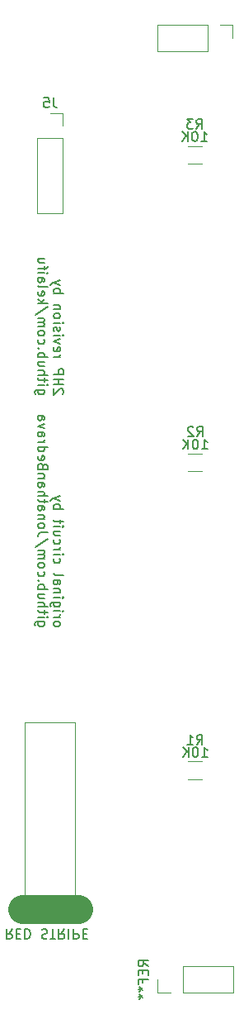
<source format=gbr>
%TF.GenerationSoftware,KiCad,Pcbnew,(6.0.0)*%
%TF.CreationDate,2022-02-24T10:47:42+08:00*%
%TF.ProjectId,LedController 2HP sandwich,4c656443-6f6e-4747-926f-6c6c65722032,rev?*%
%TF.SameCoordinates,Original*%
%TF.FileFunction,Legend,Bot*%
%TF.FilePolarity,Positive*%
%FSLAX46Y46*%
G04 Gerber Fmt 4.6, Leading zero omitted, Abs format (unit mm)*
G04 Created by KiCad (PCBNEW (6.0.0)) date 2022-02-24 10:47:42*
%MOMM*%
%LPD*%
G01*
G04 APERTURE LIST*
%ADD10C,3.000000*%
%ADD11C,0.150000*%
%ADD12C,0.120000*%
G04 APERTURE END LIST*
D10*
X7895000Y-91000000D02*
X2145000Y-91000000D01*
D11*
X5372619Y-61841547D02*
X5420238Y-61936785D01*
X5467857Y-61984404D01*
X5563095Y-62032023D01*
X5848809Y-62032023D01*
X5944047Y-61984404D01*
X5991666Y-61936785D01*
X6039285Y-61841547D01*
X6039285Y-61698690D01*
X5991666Y-61603452D01*
X5944047Y-61555833D01*
X5848809Y-61508214D01*
X5563095Y-61508214D01*
X5467857Y-61555833D01*
X5420238Y-61603452D01*
X5372619Y-61698690D01*
X5372619Y-61841547D01*
X5372619Y-61079642D02*
X6039285Y-61079642D01*
X5848809Y-61079642D02*
X5944047Y-61032023D01*
X5991666Y-60984404D01*
X6039285Y-60889166D01*
X6039285Y-60793928D01*
X5372619Y-60460595D02*
X6039285Y-60460595D01*
X6372619Y-60460595D02*
X6325000Y-60508214D01*
X6277380Y-60460595D01*
X6325000Y-60412976D01*
X6372619Y-60460595D01*
X6277380Y-60460595D01*
X6039285Y-59555833D02*
X5229761Y-59555833D01*
X5134523Y-59603452D01*
X5086904Y-59651071D01*
X5039285Y-59746309D01*
X5039285Y-59889166D01*
X5086904Y-59984404D01*
X5420238Y-59555833D02*
X5372619Y-59651071D01*
X5372619Y-59841547D01*
X5420238Y-59936785D01*
X5467857Y-59984404D01*
X5563095Y-60032023D01*
X5848809Y-60032023D01*
X5944047Y-59984404D01*
X5991666Y-59936785D01*
X6039285Y-59841547D01*
X6039285Y-59651071D01*
X5991666Y-59555833D01*
X5372619Y-59079642D02*
X6039285Y-59079642D01*
X6372619Y-59079642D02*
X6325000Y-59127261D01*
X6277380Y-59079642D01*
X6325000Y-59032023D01*
X6372619Y-59079642D01*
X6277380Y-59079642D01*
X6039285Y-58603452D02*
X5372619Y-58603452D01*
X5944047Y-58603452D02*
X5991666Y-58555833D01*
X6039285Y-58460595D01*
X6039285Y-58317738D01*
X5991666Y-58222500D01*
X5896428Y-58174880D01*
X5372619Y-58174880D01*
X5372619Y-57270119D02*
X5896428Y-57270119D01*
X5991666Y-57317738D01*
X6039285Y-57412976D01*
X6039285Y-57603452D01*
X5991666Y-57698690D01*
X5420238Y-57270119D02*
X5372619Y-57365357D01*
X5372619Y-57603452D01*
X5420238Y-57698690D01*
X5515476Y-57746309D01*
X5610714Y-57746309D01*
X5705952Y-57698690D01*
X5753571Y-57603452D01*
X5753571Y-57365357D01*
X5801190Y-57270119D01*
X5372619Y-56651071D02*
X5420238Y-56746309D01*
X5515476Y-56793928D01*
X6372619Y-56793928D01*
X5420238Y-55079642D02*
X5372619Y-55174880D01*
X5372619Y-55365357D01*
X5420238Y-55460595D01*
X5467857Y-55508214D01*
X5563095Y-55555833D01*
X5848809Y-55555833D01*
X5944047Y-55508214D01*
X5991666Y-55460595D01*
X6039285Y-55365357D01*
X6039285Y-55174880D01*
X5991666Y-55079642D01*
X5372619Y-54651071D02*
X6039285Y-54651071D01*
X6372619Y-54651071D02*
X6325000Y-54698690D01*
X6277380Y-54651071D01*
X6325000Y-54603452D01*
X6372619Y-54651071D01*
X6277380Y-54651071D01*
X5372619Y-54174880D02*
X6039285Y-54174880D01*
X5848809Y-54174880D02*
X5944047Y-54127261D01*
X5991666Y-54079642D01*
X6039285Y-53984404D01*
X6039285Y-53889166D01*
X5420238Y-53127261D02*
X5372619Y-53222500D01*
X5372619Y-53412976D01*
X5420238Y-53508214D01*
X5467857Y-53555833D01*
X5563095Y-53603452D01*
X5848809Y-53603452D01*
X5944047Y-53555833D01*
X5991666Y-53508214D01*
X6039285Y-53412976D01*
X6039285Y-53222500D01*
X5991666Y-53127261D01*
X6039285Y-52270119D02*
X5372619Y-52270119D01*
X6039285Y-52698690D02*
X5515476Y-52698690D01*
X5420238Y-52651071D01*
X5372619Y-52555833D01*
X5372619Y-52412976D01*
X5420238Y-52317738D01*
X5467857Y-52270119D01*
X5372619Y-51793928D02*
X6039285Y-51793928D01*
X6372619Y-51793928D02*
X6325000Y-51841547D01*
X6277380Y-51793928D01*
X6325000Y-51746309D01*
X6372619Y-51793928D01*
X6277380Y-51793928D01*
X6039285Y-51460595D02*
X6039285Y-51079642D01*
X6372619Y-51317738D02*
X5515476Y-51317738D01*
X5420238Y-51270119D01*
X5372619Y-51174880D01*
X5372619Y-51079642D01*
X5372619Y-49984404D02*
X6372619Y-49984404D01*
X5991666Y-49984404D02*
X6039285Y-49889166D01*
X6039285Y-49698690D01*
X5991666Y-49603452D01*
X5944047Y-49555833D01*
X5848809Y-49508214D01*
X5563095Y-49508214D01*
X5467857Y-49555833D01*
X5420238Y-49603452D01*
X5372619Y-49698690D01*
X5372619Y-49889166D01*
X5420238Y-49984404D01*
X6039285Y-49174880D02*
X5372619Y-48936785D01*
X6039285Y-48698690D02*
X5372619Y-48936785D01*
X5134523Y-49032023D01*
X5086904Y-49079642D01*
X5039285Y-49174880D01*
X4429285Y-61555833D02*
X3619761Y-61555833D01*
X3524523Y-61603452D01*
X3476904Y-61651071D01*
X3429285Y-61746309D01*
X3429285Y-61889166D01*
X3476904Y-61984404D01*
X3810238Y-61555833D02*
X3762619Y-61651071D01*
X3762619Y-61841547D01*
X3810238Y-61936785D01*
X3857857Y-61984404D01*
X3953095Y-62032023D01*
X4238809Y-62032023D01*
X4334047Y-61984404D01*
X4381666Y-61936785D01*
X4429285Y-61841547D01*
X4429285Y-61651071D01*
X4381666Y-61555833D01*
X3762619Y-61079642D02*
X4429285Y-61079642D01*
X4762619Y-61079642D02*
X4715000Y-61127261D01*
X4667380Y-61079642D01*
X4715000Y-61032023D01*
X4762619Y-61079642D01*
X4667380Y-61079642D01*
X4429285Y-60746309D02*
X4429285Y-60365357D01*
X4762619Y-60603452D02*
X3905476Y-60603452D01*
X3810238Y-60555833D01*
X3762619Y-60460595D01*
X3762619Y-60365357D01*
X3762619Y-60032023D02*
X4762619Y-60032023D01*
X3762619Y-59603452D02*
X4286428Y-59603452D01*
X4381666Y-59651071D01*
X4429285Y-59746309D01*
X4429285Y-59889166D01*
X4381666Y-59984404D01*
X4334047Y-60032023D01*
X4429285Y-58698690D02*
X3762619Y-58698690D01*
X4429285Y-59127261D02*
X3905476Y-59127261D01*
X3810238Y-59079642D01*
X3762619Y-58984404D01*
X3762619Y-58841547D01*
X3810238Y-58746309D01*
X3857857Y-58698690D01*
X3762619Y-58222500D02*
X4762619Y-58222500D01*
X4381666Y-58222500D02*
X4429285Y-58127261D01*
X4429285Y-57936785D01*
X4381666Y-57841547D01*
X4334047Y-57793928D01*
X4238809Y-57746309D01*
X3953095Y-57746309D01*
X3857857Y-57793928D01*
X3810238Y-57841547D01*
X3762619Y-57936785D01*
X3762619Y-58127261D01*
X3810238Y-58222500D01*
X3857857Y-57317738D02*
X3810238Y-57270119D01*
X3762619Y-57317738D01*
X3810238Y-57365357D01*
X3857857Y-57317738D01*
X3762619Y-57317738D01*
X3810238Y-56412976D02*
X3762619Y-56508214D01*
X3762619Y-56698690D01*
X3810238Y-56793928D01*
X3857857Y-56841547D01*
X3953095Y-56889166D01*
X4238809Y-56889166D01*
X4334047Y-56841547D01*
X4381666Y-56793928D01*
X4429285Y-56698690D01*
X4429285Y-56508214D01*
X4381666Y-56412976D01*
X3762619Y-55841547D02*
X3810238Y-55936785D01*
X3857857Y-55984404D01*
X3953095Y-56032023D01*
X4238809Y-56032023D01*
X4334047Y-55984404D01*
X4381666Y-55936785D01*
X4429285Y-55841547D01*
X4429285Y-55698690D01*
X4381666Y-55603452D01*
X4334047Y-55555833D01*
X4238809Y-55508214D01*
X3953095Y-55508214D01*
X3857857Y-55555833D01*
X3810238Y-55603452D01*
X3762619Y-55698690D01*
X3762619Y-55841547D01*
X3762619Y-55079642D02*
X4429285Y-55079642D01*
X4334047Y-55079642D02*
X4381666Y-55032023D01*
X4429285Y-54936785D01*
X4429285Y-54793928D01*
X4381666Y-54698690D01*
X4286428Y-54651071D01*
X3762619Y-54651071D01*
X4286428Y-54651071D02*
X4381666Y-54603452D01*
X4429285Y-54508214D01*
X4429285Y-54365357D01*
X4381666Y-54270119D01*
X4286428Y-54222500D01*
X3762619Y-54222500D01*
X4810238Y-53032023D02*
X3524523Y-53889166D01*
X4762619Y-52412976D02*
X4048333Y-52412976D01*
X3905476Y-52460595D01*
X3810238Y-52555833D01*
X3762619Y-52698690D01*
X3762619Y-52793928D01*
X3762619Y-51793928D02*
X3810238Y-51889166D01*
X3857857Y-51936785D01*
X3953095Y-51984404D01*
X4238809Y-51984404D01*
X4334047Y-51936785D01*
X4381666Y-51889166D01*
X4429285Y-51793928D01*
X4429285Y-51651071D01*
X4381666Y-51555833D01*
X4334047Y-51508214D01*
X4238809Y-51460595D01*
X3953095Y-51460595D01*
X3857857Y-51508214D01*
X3810238Y-51555833D01*
X3762619Y-51651071D01*
X3762619Y-51793928D01*
X4429285Y-51032023D02*
X3762619Y-51032023D01*
X4334047Y-51032023D02*
X4381666Y-50984404D01*
X4429285Y-50889166D01*
X4429285Y-50746309D01*
X4381666Y-50651071D01*
X4286428Y-50603452D01*
X3762619Y-50603452D01*
X3762619Y-49698690D02*
X4286428Y-49698690D01*
X4381666Y-49746309D01*
X4429285Y-49841547D01*
X4429285Y-50032023D01*
X4381666Y-50127261D01*
X3810238Y-49698690D02*
X3762619Y-49793928D01*
X3762619Y-50032023D01*
X3810238Y-50127261D01*
X3905476Y-50174880D01*
X4000714Y-50174880D01*
X4095952Y-50127261D01*
X4143571Y-50032023D01*
X4143571Y-49793928D01*
X4191190Y-49698690D01*
X4429285Y-49365357D02*
X4429285Y-48984404D01*
X4762619Y-49222500D02*
X3905476Y-49222500D01*
X3810238Y-49174880D01*
X3762619Y-49079642D01*
X3762619Y-48984404D01*
X3762619Y-48651071D02*
X4762619Y-48651071D01*
X3762619Y-48222500D02*
X4286428Y-48222500D01*
X4381666Y-48270119D01*
X4429285Y-48365357D01*
X4429285Y-48508214D01*
X4381666Y-48603452D01*
X4334047Y-48651071D01*
X3762619Y-47317738D02*
X4286428Y-47317738D01*
X4381666Y-47365357D01*
X4429285Y-47460595D01*
X4429285Y-47651071D01*
X4381666Y-47746309D01*
X3810238Y-47317738D02*
X3762619Y-47412976D01*
X3762619Y-47651071D01*
X3810238Y-47746309D01*
X3905476Y-47793928D01*
X4000714Y-47793928D01*
X4095952Y-47746309D01*
X4143571Y-47651071D01*
X4143571Y-47412976D01*
X4191190Y-47317738D01*
X4429285Y-46841547D02*
X3762619Y-46841547D01*
X4334047Y-46841547D02*
X4381666Y-46793928D01*
X4429285Y-46698690D01*
X4429285Y-46555833D01*
X4381666Y-46460595D01*
X4286428Y-46412976D01*
X3762619Y-46412976D01*
X4286428Y-45603452D02*
X4238809Y-45460595D01*
X4191190Y-45412976D01*
X4095952Y-45365357D01*
X3953095Y-45365357D01*
X3857857Y-45412976D01*
X3810238Y-45460595D01*
X3762619Y-45555833D01*
X3762619Y-45936785D01*
X4762619Y-45936785D01*
X4762619Y-45603452D01*
X4715000Y-45508214D01*
X4667380Y-45460595D01*
X4572142Y-45412976D01*
X4476904Y-45412976D01*
X4381666Y-45460595D01*
X4334047Y-45508214D01*
X4286428Y-45603452D01*
X4286428Y-45936785D01*
X3810238Y-44555833D02*
X3762619Y-44651071D01*
X3762619Y-44841547D01*
X3810238Y-44936785D01*
X3905476Y-44984404D01*
X4286428Y-44984404D01*
X4381666Y-44936785D01*
X4429285Y-44841547D01*
X4429285Y-44651071D01*
X4381666Y-44555833D01*
X4286428Y-44508214D01*
X4191190Y-44508214D01*
X4095952Y-44984404D01*
X3762619Y-43651071D02*
X4762619Y-43651071D01*
X3810238Y-43651071D02*
X3762619Y-43746309D01*
X3762619Y-43936785D01*
X3810238Y-44032023D01*
X3857857Y-44079642D01*
X3953095Y-44127261D01*
X4238809Y-44127261D01*
X4334047Y-44079642D01*
X4381666Y-44032023D01*
X4429285Y-43936785D01*
X4429285Y-43746309D01*
X4381666Y-43651071D01*
X3762619Y-43174880D02*
X4429285Y-43174880D01*
X4238809Y-43174880D02*
X4334047Y-43127261D01*
X4381666Y-43079642D01*
X4429285Y-42984404D01*
X4429285Y-42889166D01*
X3762619Y-42127261D02*
X4286428Y-42127261D01*
X4381666Y-42174880D01*
X4429285Y-42270119D01*
X4429285Y-42460595D01*
X4381666Y-42555833D01*
X3810238Y-42127261D02*
X3762619Y-42222500D01*
X3762619Y-42460595D01*
X3810238Y-42555833D01*
X3905476Y-42603452D01*
X4000714Y-42603452D01*
X4095952Y-42555833D01*
X4143571Y-42460595D01*
X4143571Y-42222500D01*
X4191190Y-42127261D01*
X4429285Y-41746309D02*
X3762619Y-41508214D01*
X4429285Y-41270119D01*
X3762619Y-40460595D02*
X4286428Y-40460595D01*
X4381666Y-40508214D01*
X4429285Y-40603452D01*
X4429285Y-40793928D01*
X4381666Y-40889166D01*
X3810238Y-40460595D02*
X3762619Y-40555833D01*
X3762619Y-40793928D01*
X3810238Y-40889166D01*
X3905476Y-40936785D01*
X4000714Y-40936785D01*
X4095952Y-40889166D01*
X4143571Y-40793928D01*
X4143571Y-40555833D01*
X4191190Y-40460595D01*
X1098571Y-93027619D02*
X765238Y-93503809D01*
X527142Y-93027619D02*
X527142Y-94027619D01*
X908095Y-94027619D01*
X1003333Y-93980000D01*
X1050952Y-93932380D01*
X1098571Y-93837142D01*
X1098571Y-93694285D01*
X1050952Y-93599047D01*
X1003333Y-93551428D01*
X908095Y-93503809D01*
X527142Y-93503809D01*
X1527142Y-93551428D02*
X1860476Y-93551428D01*
X2003333Y-93027619D02*
X1527142Y-93027619D01*
X1527142Y-94027619D01*
X2003333Y-94027619D01*
X2431904Y-93027619D02*
X2431904Y-94027619D01*
X2670000Y-94027619D01*
X2812857Y-93980000D01*
X2908095Y-93884761D01*
X2955714Y-93789523D01*
X3003333Y-93599047D01*
X3003333Y-93456190D01*
X2955714Y-93265714D01*
X2908095Y-93170476D01*
X2812857Y-93075238D01*
X2670000Y-93027619D01*
X2431904Y-93027619D01*
X4146190Y-93075238D02*
X4289047Y-93027619D01*
X4527142Y-93027619D01*
X4622380Y-93075238D01*
X4670000Y-93122857D01*
X4717619Y-93218095D01*
X4717619Y-93313333D01*
X4670000Y-93408571D01*
X4622380Y-93456190D01*
X4527142Y-93503809D01*
X4336666Y-93551428D01*
X4241428Y-93599047D01*
X4193809Y-93646666D01*
X4146190Y-93741904D01*
X4146190Y-93837142D01*
X4193809Y-93932380D01*
X4241428Y-93980000D01*
X4336666Y-94027619D01*
X4574761Y-94027619D01*
X4717619Y-93980000D01*
X5003333Y-94027619D02*
X5574761Y-94027619D01*
X5289047Y-93027619D02*
X5289047Y-94027619D01*
X6479523Y-93027619D02*
X6146190Y-93503809D01*
X5908095Y-93027619D02*
X5908095Y-94027619D01*
X6289047Y-94027619D01*
X6384285Y-93980000D01*
X6431904Y-93932380D01*
X6479523Y-93837142D01*
X6479523Y-93694285D01*
X6431904Y-93599047D01*
X6384285Y-93551428D01*
X6289047Y-93503809D01*
X5908095Y-93503809D01*
X6908095Y-93027619D02*
X6908095Y-94027619D01*
X7384285Y-93027619D02*
X7384285Y-94027619D01*
X7765238Y-94027619D01*
X7860476Y-93980000D01*
X7908095Y-93932380D01*
X7955714Y-93837142D01*
X7955714Y-93694285D01*
X7908095Y-93599047D01*
X7860476Y-93551428D01*
X7765238Y-93503809D01*
X7384285Y-93503809D01*
X8384285Y-93551428D02*
X8717619Y-93551428D01*
X8860476Y-93027619D02*
X8384285Y-93027619D01*
X8384285Y-94027619D01*
X8860476Y-94027619D01*
X6277380Y-38262023D02*
X6325000Y-38214404D01*
X6372619Y-38119166D01*
X6372619Y-37881071D01*
X6325000Y-37785833D01*
X6277380Y-37738214D01*
X6182142Y-37690595D01*
X6086904Y-37690595D01*
X5944047Y-37738214D01*
X5372619Y-38309642D01*
X5372619Y-37690595D01*
X5372619Y-37262023D02*
X6372619Y-37262023D01*
X5896428Y-37262023D02*
X5896428Y-36690595D01*
X5372619Y-36690595D02*
X6372619Y-36690595D01*
X5372619Y-36214404D02*
X6372619Y-36214404D01*
X6372619Y-35833452D01*
X6325000Y-35738214D01*
X6277380Y-35690595D01*
X6182142Y-35642976D01*
X6039285Y-35642976D01*
X5944047Y-35690595D01*
X5896428Y-35738214D01*
X5848809Y-35833452D01*
X5848809Y-36214404D01*
X5372619Y-34452500D02*
X6039285Y-34452500D01*
X5848809Y-34452500D02*
X5944047Y-34404880D01*
X5991666Y-34357261D01*
X6039285Y-34262023D01*
X6039285Y-34166785D01*
X5420238Y-33452500D02*
X5372619Y-33547738D01*
X5372619Y-33738214D01*
X5420238Y-33833452D01*
X5515476Y-33881071D01*
X5896428Y-33881071D01*
X5991666Y-33833452D01*
X6039285Y-33738214D01*
X6039285Y-33547738D01*
X5991666Y-33452500D01*
X5896428Y-33404880D01*
X5801190Y-33404880D01*
X5705952Y-33881071D01*
X6039285Y-33071547D02*
X5372619Y-32833452D01*
X6039285Y-32595357D01*
X5372619Y-32214404D02*
X6039285Y-32214404D01*
X6372619Y-32214404D02*
X6325000Y-32262023D01*
X6277380Y-32214404D01*
X6325000Y-32166785D01*
X6372619Y-32214404D01*
X6277380Y-32214404D01*
X5420238Y-31785833D02*
X5372619Y-31690595D01*
X5372619Y-31500119D01*
X5420238Y-31404880D01*
X5515476Y-31357261D01*
X5563095Y-31357261D01*
X5658333Y-31404880D01*
X5705952Y-31500119D01*
X5705952Y-31642976D01*
X5753571Y-31738214D01*
X5848809Y-31785833D01*
X5896428Y-31785833D01*
X5991666Y-31738214D01*
X6039285Y-31642976D01*
X6039285Y-31500119D01*
X5991666Y-31404880D01*
X5372619Y-30928690D02*
X6039285Y-30928690D01*
X6372619Y-30928690D02*
X6325000Y-30976309D01*
X6277380Y-30928690D01*
X6325000Y-30881071D01*
X6372619Y-30928690D01*
X6277380Y-30928690D01*
X5372619Y-30309642D02*
X5420238Y-30404880D01*
X5467857Y-30452500D01*
X5563095Y-30500119D01*
X5848809Y-30500119D01*
X5944047Y-30452500D01*
X5991666Y-30404880D01*
X6039285Y-30309642D01*
X6039285Y-30166785D01*
X5991666Y-30071547D01*
X5944047Y-30023928D01*
X5848809Y-29976309D01*
X5563095Y-29976309D01*
X5467857Y-30023928D01*
X5420238Y-30071547D01*
X5372619Y-30166785D01*
X5372619Y-30309642D01*
X6039285Y-29547738D02*
X5372619Y-29547738D01*
X5944047Y-29547738D02*
X5991666Y-29500119D01*
X6039285Y-29404880D01*
X6039285Y-29262023D01*
X5991666Y-29166785D01*
X5896428Y-29119166D01*
X5372619Y-29119166D01*
X5372619Y-27881071D02*
X6372619Y-27881071D01*
X5991666Y-27881071D02*
X6039285Y-27785833D01*
X6039285Y-27595357D01*
X5991666Y-27500119D01*
X5944047Y-27452500D01*
X5848809Y-27404880D01*
X5563095Y-27404880D01*
X5467857Y-27452500D01*
X5420238Y-27500119D01*
X5372619Y-27595357D01*
X5372619Y-27785833D01*
X5420238Y-27881071D01*
X6039285Y-27071547D02*
X5372619Y-26833452D01*
X6039285Y-26595357D02*
X5372619Y-26833452D01*
X5134523Y-26928690D01*
X5086904Y-26976309D01*
X5039285Y-27071547D01*
X4429285Y-37785833D02*
X3619761Y-37785833D01*
X3524523Y-37833452D01*
X3476904Y-37881071D01*
X3429285Y-37976309D01*
X3429285Y-38119166D01*
X3476904Y-38214404D01*
X3810238Y-37785833D02*
X3762619Y-37881071D01*
X3762619Y-38071547D01*
X3810238Y-38166785D01*
X3857857Y-38214404D01*
X3953095Y-38262023D01*
X4238809Y-38262023D01*
X4334047Y-38214404D01*
X4381666Y-38166785D01*
X4429285Y-38071547D01*
X4429285Y-37881071D01*
X4381666Y-37785833D01*
X3762619Y-37309642D02*
X4429285Y-37309642D01*
X4762619Y-37309642D02*
X4715000Y-37357261D01*
X4667380Y-37309642D01*
X4715000Y-37262023D01*
X4762619Y-37309642D01*
X4667380Y-37309642D01*
X4429285Y-36976309D02*
X4429285Y-36595357D01*
X4762619Y-36833452D02*
X3905476Y-36833452D01*
X3810238Y-36785833D01*
X3762619Y-36690595D01*
X3762619Y-36595357D01*
X3762619Y-36262023D02*
X4762619Y-36262023D01*
X3762619Y-35833452D02*
X4286428Y-35833452D01*
X4381666Y-35881071D01*
X4429285Y-35976309D01*
X4429285Y-36119166D01*
X4381666Y-36214404D01*
X4334047Y-36262023D01*
X4429285Y-34928690D02*
X3762619Y-34928690D01*
X4429285Y-35357261D02*
X3905476Y-35357261D01*
X3810238Y-35309642D01*
X3762619Y-35214404D01*
X3762619Y-35071547D01*
X3810238Y-34976309D01*
X3857857Y-34928690D01*
X3762619Y-34452500D02*
X4762619Y-34452500D01*
X4381666Y-34452500D02*
X4429285Y-34357261D01*
X4429285Y-34166785D01*
X4381666Y-34071547D01*
X4334047Y-34023928D01*
X4238809Y-33976309D01*
X3953095Y-33976309D01*
X3857857Y-34023928D01*
X3810238Y-34071547D01*
X3762619Y-34166785D01*
X3762619Y-34357261D01*
X3810238Y-34452500D01*
X3857857Y-33547738D02*
X3810238Y-33500119D01*
X3762619Y-33547738D01*
X3810238Y-33595357D01*
X3857857Y-33547738D01*
X3762619Y-33547738D01*
X3810238Y-32642976D02*
X3762619Y-32738214D01*
X3762619Y-32928690D01*
X3810238Y-33023928D01*
X3857857Y-33071547D01*
X3953095Y-33119166D01*
X4238809Y-33119166D01*
X4334047Y-33071547D01*
X4381666Y-33023928D01*
X4429285Y-32928690D01*
X4429285Y-32738214D01*
X4381666Y-32642976D01*
X3762619Y-32071547D02*
X3810238Y-32166785D01*
X3857857Y-32214404D01*
X3953095Y-32262023D01*
X4238809Y-32262023D01*
X4334047Y-32214404D01*
X4381666Y-32166785D01*
X4429285Y-32071547D01*
X4429285Y-31928690D01*
X4381666Y-31833452D01*
X4334047Y-31785833D01*
X4238809Y-31738214D01*
X3953095Y-31738214D01*
X3857857Y-31785833D01*
X3810238Y-31833452D01*
X3762619Y-31928690D01*
X3762619Y-32071547D01*
X3762619Y-31309642D02*
X4429285Y-31309642D01*
X4334047Y-31309642D02*
X4381666Y-31262023D01*
X4429285Y-31166785D01*
X4429285Y-31023928D01*
X4381666Y-30928690D01*
X4286428Y-30881071D01*
X3762619Y-30881071D01*
X4286428Y-30881071D02*
X4381666Y-30833452D01*
X4429285Y-30738214D01*
X4429285Y-30595357D01*
X4381666Y-30500119D01*
X4286428Y-30452500D01*
X3762619Y-30452500D01*
X4810238Y-29262023D02*
X3524523Y-30119166D01*
X3762619Y-28928690D02*
X4762619Y-28928690D01*
X4143571Y-28833452D02*
X3762619Y-28547738D01*
X4429285Y-28547738D02*
X4048333Y-28928690D01*
X3810238Y-27738214D02*
X3762619Y-27833452D01*
X3762619Y-28023928D01*
X3810238Y-28119166D01*
X3905476Y-28166785D01*
X4286428Y-28166785D01*
X4381666Y-28119166D01*
X4429285Y-28023928D01*
X4429285Y-27833452D01*
X4381666Y-27738214D01*
X4286428Y-27690595D01*
X4191190Y-27690595D01*
X4095952Y-28166785D01*
X3762619Y-27119166D02*
X3810238Y-27214404D01*
X3905476Y-27262023D01*
X4762619Y-27262023D01*
X3762619Y-26309642D02*
X4286428Y-26309642D01*
X4381666Y-26357261D01*
X4429285Y-26452500D01*
X4429285Y-26642976D01*
X4381666Y-26738214D01*
X3810238Y-26309642D02*
X3762619Y-26404880D01*
X3762619Y-26642976D01*
X3810238Y-26738214D01*
X3905476Y-26785833D01*
X4000714Y-26785833D01*
X4095952Y-26738214D01*
X4143571Y-26642976D01*
X4143571Y-26404880D01*
X4191190Y-26309642D01*
X3762619Y-25833452D02*
X4429285Y-25833452D01*
X4762619Y-25833452D02*
X4715000Y-25881071D01*
X4667380Y-25833452D01*
X4715000Y-25785833D01*
X4762619Y-25833452D01*
X4667380Y-25833452D01*
X4429285Y-25500119D02*
X4429285Y-25119166D01*
X3762619Y-25357261D02*
X4619761Y-25357261D01*
X4715000Y-25309642D01*
X4762619Y-25214404D01*
X4762619Y-25119166D01*
X4429285Y-24357261D02*
X3762619Y-24357261D01*
X4429285Y-24785833D02*
X3905476Y-24785833D01*
X3810238Y-24738214D01*
X3762619Y-24642976D01*
X3762619Y-24500119D01*
X3810238Y-24404880D01*
X3857857Y-24357261D01*
%TO.C,R1*%
X20066666Y-74132380D02*
X20400000Y-73656190D01*
X20638095Y-74132380D02*
X20638095Y-73132380D01*
X20257142Y-73132380D01*
X20161904Y-73180000D01*
X20114285Y-73227619D01*
X20066666Y-73322857D01*
X20066666Y-73465714D01*
X20114285Y-73560952D01*
X20161904Y-73608571D01*
X20257142Y-73656190D01*
X20638095Y-73656190D01*
X19114285Y-74132380D02*
X19685714Y-74132380D01*
X19400000Y-74132380D02*
X19400000Y-73132380D01*
X19495238Y-73275238D01*
X19590476Y-73370476D01*
X19685714Y-73418095D01*
X20600476Y-75412380D02*
X21171904Y-75412380D01*
X20886190Y-75412380D02*
X20886190Y-74412380D01*
X20981428Y-74555238D01*
X21076666Y-74650476D01*
X21171904Y-74698095D01*
X19981428Y-74412380D02*
X19886190Y-74412380D01*
X19790952Y-74460000D01*
X19743333Y-74507619D01*
X19695714Y-74602857D01*
X19648095Y-74793333D01*
X19648095Y-75031428D01*
X19695714Y-75221904D01*
X19743333Y-75317142D01*
X19790952Y-75364761D01*
X19886190Y-75412380D01*
X19981428Y-75412380D01*
X20076666Y-75364761D01*
X20124285Y-75317142D01*
X20171904Y-75221904D01*
X20219523Y-75031428D01*
X20219523Y-74793333D01*
X20171904Y-74602857D01*
X20124285Y-74507619D01*
X20076666Y-74460000D01*
X19981428Y-74412380D01*
X19219523Y-75412380D02*
X19219523Y-74412380D01*
X18648095Y-75412380D02*
X19076666Y-74840952D01*
X18648095Y-74412380D02*
X19219523Y-74983809D01*
%TO.C,R2*%
X20096666Y-42562380D02*
X20430000Y-42086190D01*
X20668095Y-42562380D02*
X20668095Y-41562380D01*
X20287142Y-41562380D01*
X20191904Y-41610000D01*
X20144285Y-41657619D01*
X20096666Y-41752857D01*
X20096666Y-41895714D01*
X20144285Y-41990952D01*
X20191904Y-42038571D01*
X20287142Y-42086190D01*
X20668095Y-42086190D01*
X19715714Y-41657619D02*
X19668095Y-41610000D01*
X19572857Y-41562380D01*
X19334761Y-41562380D01*
X19239523Y-41610000D01*
X19191904Y-41657619D01*
X19144285Y-41752857D01*
X19144285Y-41848095D01*
X19191904Y-41990952D01*
X19763333Y-42562380D01*
X19144285Y-42562380D01*
X20590476Y-43862380D02*
X21161904Y-43862380D01*
X20876190Y-43862380D02*
X20876190Y-42862380D01*
X20971428Y-43005238D01*
X21066666Y-43100476D01*
X21161904Y-43148095D01*
X19971428Y-42862380D02*
X19876190Y-42862380D01*
X19780952Y-42910000D01*
X19733333Y-42957619D01*
X19685714Y-43052857D01*
X19638095Y-43243333D01*
X19638095Y-43481428D01*
X19685714Y-43671904D01*
X19733333Y-43767142D01*
X19780952Y-43814761D01*
X19876190Y-43862380D01*
X19971428Y-43862380D01*
X20066666Y-43814761D01*
X20114285Y-43767142D01*
X20161904Y-43671904D01*
X20209523Y-43481428D01*
X20209523Y-43243333D01*
X20161904Y-43052857D01*
X20114285Y-42957619D01*
X20066666Y-42910000D01*
X19971428Y-42862380D01*
X19209523Y-43862380D02*
X19209523Y-42862380D01*
X18638095Y-43862380D02*
X19066666Y-43290952D01*
X18638095Y-42862380D02*
X19209523Y-43433809D01*
%TO.C,R3*%
X20046666Y-11052380D02*
X20380000Y-10576190D01*
X20618095Y-11052380D02*
X20618095Y-10052380D01*
X20237142Y-10052380D01*
X20141904Y-10100000D01*
X20094285Y-10147619D01*
X20046666Y-10242857D01*
X20046666Y-10385714D01*
X20094285Y-10480952D01*
X20141904Y-10528571D01*
X20237142Y-10576190D01*
X20618095Y-10576190D01*
X19713333Y-10052380D02*
X19094285Y-10052380D01*
X19427619Y-10433333D01*
X19284761Y-10433333D01*
X19189523Y-10480952D01*
X19141904Y-10528571D01*
X19094285Y-10623809D01*
X19094285Y-10861904D01*
X19141904Y-10957142D01*
X19189523Y-11004761D01*
X19284761Y-11052380D01*
X19570476Y-11052380D01*
X19665714Y-11004761D01*
X19713333Y-10957142D01*
X20540476Y-12342380D02*
X21111904Y-12342380D01*
X20826190Y-12342380D02*
X20826190Y-11342380D01*
X20921428Y-11485238D01*
X21016666Y-11580476D01*
X21111904Y-11628095D01*
X19921428Y-11342380D02*
X19826190Y-11342380D01*
X19730952Y-11390000D01*
X19683333Y-11437619D01*
X19635714Y-11532857D01*
X19588095Y-11723333D01*
X19588095Y-11961428D01*
X19635714Y-12151904D01*
X19683333Y-12247142D01*
X19730952Y-12294761D01*
X19826190Y-12342380D01*
X19921428Y-12342380D01*
X20016666Y-12294761D01*
X20064285Y-12247142D01*
X20111904Y-12151904D01*
X20159523Y-11961428D01*
X20159523Y-11723333D01*
X20111904Y-11532857D01*
X20064285Y-11437619D01*
X20016666Y-11390000D01*
X19921428Y-11342380D01*
X19159523Y-12342380D02*
X19159523Y-11342380D01*
X18588095Y-12342380D02*
X19016666Y-11770952D01*
X18588095Y-11342380D02*
X19159523Y-11913809D01*
%TO.C,J5*%
X5333333Y-7872380D02*
X5333333Y-8586666D01*
X5380952Y-8729523D01*
X5476190Y-8824761D01*
X5619047Y-8872380D01*
X5714285Y-8872380D01*
X4380952Y-7872380D02*
X4857142Y-7872380D01*
X4904761Y-8348571D01*
X4857142Y-8300952D01*
X4761904Y-8253333D01*
X4523809Y-8253333D01*
X4428571Y-8300952D01*
X4380952Y-8348571D01*
X4333333Y-8443809D01*
X4333333Y-8681904D01*
X4380952Y-8777142D01*
X4428571Y-8824761D01*
X4523809Y-8872380D01*
X4761904Y-8872380D01*
X4857142Y-8824761D01*
X4904761Y-8777142D01*
%TO.C,REF\u002A\u002A*%
X15067380Y-96856666D02*
X14591190Y-96523333D01*
X15067380Y-96285238D02*
X14067380Y-96285238D01*
X14067380Y-96666190D01*
X14115000Y-96761428D01*
X14162619Y-96809047D01*
X14257857Y-96856666D01*
X14400714Y-96856666D01*
X14495952Y-96809047D01*
X14543571Y-96761428D01*
X14591190Y-96666190D01*
X14591190Y-96285238D01*
X14543571Y-97285238D02*
X14543571Y-97618571D01*
X15067380Y-97761428D02*
X15067380Y-97285238D01*
X14067380Y-97285238D01*
X14067380Y-97761428D01*
X14543571Y-98523333D02*
X14543571Y-98190000D01*
X15067380Y-98190000D02*
X14067380Y-98190000D01*
X14067380Y-98666190D01*
X14067380Y-99190000D02*
X14305476Y-99190000D01*
X14210238Y-98951904D02*
X14305476Y-99190000D01*
X14210238Y-99428095D01*
X14495952Y-99047142D02*
X14305476Y-99190000D01*
X14495952Y-99332857D01*
X14067380Y-99951904D02*
X14305476Y-99951904D01*
X14210238Y-99713809D02*
X14305476Y-99951904D01*
X14210238Y-100190000D01*
X14495952Y-99809047D02*
X14305476Y-99951904D01*
X14495952Y-100094761D01*
D12*
%TO.C,R1*%
X19172936Y-77700000D02*
X20627064Y-77700000D01*
X19172936Y-75880000D02*
X20627064Y-75880000D01*
%TO.C,R2*%
X19182936Y-46149145D02*
X20637064Y-46149145D01*
X19182936Y-44329145D02*
X20637064Y-44329145D01*
%TO.C,R3*%
X19182936Y-12823363D02*
X20637064Y-12823363D01*
X19182936Y-14643363D02*
X20637064Y-14643363D01*
%TO.C,J4*%
X4995000Y-89665000D02*
X4995000Y-92265000D01*
X7595000Y-92265000D02*
X7595000Y-71825000D01*
X2395000Y-71825000D02*
X7595000Y-71825000D01*
X2395000Y-89665000D02*
X2395000Y-71825000D01*
X2395000Y-90935000D02*
X2395000Y-92265000D01*
X2395000Y-92265000D02*
X3725000Y-92265000D01*
X2395000Y-89665000D02*
X4995000Y-89665000D01*
X4995000Y-92265000D02*
X7595000Y-92265000D01*
%TO.C,J5*%
X6330000Y-12020000D02*
X6330000Y-19700000D01*
X6330000Y-12020000D02*
X3670000Y-12020000D01*
X6330000Y-10750000D02*
X6330000Y-9420000D01*
X6330000Y-9420000D02*
X5000000Y-9420000D01*
X6330000Y-19700000D02*
X3670000Y-19700000D01*
X3670000Y-12020000D02*
X3670000Y-19700000D01*
%TO.C,REF\u002A\u002A*%
X21165000Y-420000D02*
X16025000Y-420000D01*
X21165000Y-3080000D02*
X21165000Y-420000D01*
X23765000Y-1750000D02*
X23765000Y-420000D01*
X21165000Y-3080000D02*
X16025000Y-3080000D01*
X16025000Y-3080000D02*
X16025000Y-420000D01*
X23765000Y-420000D02*
X22435000Y-420000D01*
X18655000Y-96860000D02*
X18655000Y-99520000D01*
X23795000Y-96860000D02*
X23795000Y-99520000D01*
X18655000Y-96860000D02*
X23795000Y-96860000D01*
X16055000Y-99520000D02*
X17385000Y-99520000D01*
X18655000Y-99520000D02*
X23795000Y-99520000D01*
X16055000Y-98190000D02*
X16055000Y-99520000D01*
%TD*%
M02*

</source>
